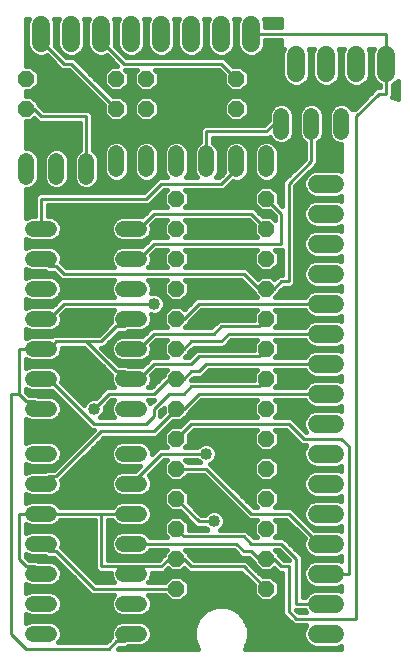
<source format=gbl>
G75*
%MOIN*%
%OFA0B0*%
%FSLAX25Y25*%
%IPPOS*%
%LPD*%
%AMOC8*
5,1,8,0,0,1.08239X$1,22.5*
%
%ADD10C,0.05200*%
%ADD11OC8,0.05200*%
%ADD12C,0.06000*%
%ADD13C,0.01000*%
%ADD14C,0.04000*%
%ADD15C,0.01600*%
D10*
X0013400Y0011000D02*
X0018600Y0011000D01*
X0018600Y0021000D02*
X0013400Y0021000D01*
X0013400Y0031000D02*
X0018600Y0031000D01*
X0018600Y0041000D02*
X0013400Y0041000D01*
X0013400Y0051000D02*
X0018600Y0051000D01*
X0018600Y0061000D02*
X0013400Y0061000D01*
X0013400Y0071000D02*
X0018600Y0071000D01*
X0018600Y0086000D02*
X0013400Y0086000D01*
X0013400Y0096000D02*
X0018600Y0096000D01*
X0018600Y0106000D02*
X0013400Y0106000D01*
X0013400Y0116000D02*
X0018600Y0116000D01*
X0018600Y0126000D02*
X0013400Y0126000D01*
X0013400Y0136000D02*
X0018600Y0136000D01*
X0018600Y0146000D02*
X0013400Y0146000D01*
X0011000Y0163400D02*
X0011000Y0168600D01*
X0021000Y0168600D02*
X0021000Y0163400D01*
X0031000Y0163400D02*
X0031000Y0168600D01*
X0041000Y0171100D02*
X0041000Y0165900D01*
X0051000Y0165900D02*
X0051000Y0171100D01*
X0061000Y0171100D02*
X0061000Y0165900D01*
X0071000Y0165900D02*
X0071000Y0171100D01*
X0081000Y0171100D02*
X0081000Y0165900D01*
X0091000Y0165900D02*
X0091000Y0171100D01*
X0096000Y0178400D02*
X0096000Y0183600D01*
X0106000Y0183600D02*
X0106000Y0178400D01*
X0116000Y0178400D02*
X0116000Y0183600D01*
X0048600Y0146000D02*
X0043400Y0146000D01*
X0043400Y0136000D02*
X0048600Y0136000D01*
X0048600Y0126000D02*
X0043400Y0126000D01*
X0043400Y0116000D02*
X0048600Y0116000D01*
X0048600Y0106000D02*
X0043400Y0106000D01*
X0043400Y0096000D02*
X0048600Y0096000D01*
X0048600Y0086000D02*
X0043400Y0086000D01*
X0043400Y0071000D02*
X0048600Y0071000D01*
X0048600Y0061000D02*
X0043400Y0061000D01*
X0043400Y0051000D02*
X0048600Y0051000D01*
X0048600Y0041000D02*
X0043400Y0041000D01*
X0043400Y0031000D02*
X0048600Y0031000D01*
X0048600Y0021000D02*
X0043400Y0021000D01*
X0043400Y0011000D02*
X0048600Y0011000D01*
D11*
X0061000Y0026000D03*
X0061000Y0036000D03*
X0061000Y0046000D03*
X0061000Y0056000D03*
X0061000Y0066000D03*
X0061000Y0076000D03*
X0061000Y0086000D03*
X0061000Y0096000D03*
X0061000Y0106000D03*
X0061000Y0116000D03*
X0061000Y0126000D03*
X0061000Y0136000D03*
X0061000Y0146000D03*
X0061000Y0156000D03*
X0051000Y0186000D03*
X0051000Y0196000D03*
X0041000Y0196000D03*
X0041000Y0186000D03*
X0011000Y0186000D03*
X0011000Y0196000D03*
X0081000Y0196000D03*
X0081000Y0186000D03*
X0091000Y0156000D03*
X0091000Y0146000D03*
X0091000Y0136000D03*
X0091000Y0126000D03*
X0091000Y0116000D03*
X0091000Y0106000D03*
X0091000Y0096000D03*
X0091000Y0086000D03*
X0091000Y0076000D03*
X0091000Y0066000D03*
X0091000Y0056000D03*
X0091000Y0046000D03*
X0091000Y0036000D03*
X0091000Y0026000D03*
D12*
X0108000Y0021000D02*
X0114000Y0021000D01*
X0114000Y0011000D02*
X0108000Y0011000D01*
X0108000Y0031000D02*
X0114000Y0031000D01*
X0114000Y0041000D02*
X0108000Y0041000D01*
X0108000Y0051000D02*
X0114000Y0051000D01*
X0114000Y0061000D02*
X0108000Y0061000D01*
X0108000Y0071000D02*
X0114000Y0071000D01*
X0114000Y0081000D02*
X0108000Y0081000D01*
X0108000Y0091000D02*
X0114000Y0091000D01*
X0114000Y0101000D02*
X0108000Y0101000D01*
X0108000Y0111000D02*
X0114000Y0111000D01*
X0114000Y0121000D02*
X0108000Y0121000D01*
X0108000Y0131000D02*
X0114000Y0131000D01*
X0114000Y0141000D02*
X0108000Y0141000D01*
X0108000Y0151000D02*
X0114000Y0151000D01*
X0114000Y0161000D02*
X0108000Y0161000D01*
X0111000Y0198000D02*
X0111000Y0204000D01*
X0101000Y0204000D02*
X0101000Y0198000D01*
X0086000Y0208000D02*
X0086000Y0214000D01*
X0076000Y0214000D02*
X0076000Y0208000D01*
X0066000Y0208000D02*
X0066000Y0214000D01*
X0056000Y0214000D02*
X0056000Y0208000D01*
X0046000Y0208000D02*
X0046000Y0214000D01*
X0036000Y0214000D02*
X0036000Y0208000D01*
X0026000Y0208000D02*
X0026000Y0214000D01*
X0016000Y0214000D02*
X0016000Y0208000D01*
X0121000Y0204000D02*
X0121000Y0198000D01*
X0131000Y0198000D02*
X0131000Y0204000D01*
D13*
X0006000Y0091000D02*
X0006000Y0011000D01*
X0011000Y0006000D01*
X0038500Y0006000D01*
X0041000Y0008500D01*
X0043500Y0008500D01*
X0046000Y0011000D01*
X0046000Y0031000D02*
X0048500Y0033500D01*
X0036000Y0033500D01*
X0036000Y0051000D01*
X0046000Y0051000D01*
X0046000Y0041000D02*
X0081000Y0041000D01*
X0083500Y0038500D01*
X0086000Y0038500D01*
X0088500Y0036000D01*
X0091000Y0036000D01*
X0093500Y0036000D01*
X0096000Y0033500D01*
X0098500Y0033500D01*
X0098500Y0018500D01*
X0101000Y0016000D01*
X0121000Y0016000D01*
X0121000Y0183500D01*
X0128500Y0191000D01*
X0131000Y0191000D01*
X0131000Y0201000D01*
X0131000Y0211000D01*
X0086000Y0211000D01*
X0076000Y0201000D02*
X0081000Y0196000D01*
X0076000Y0201000D02*
X0043500Y0201000D01*
X0036000Y0208500D01*
X0036000Y0211000D01*
X0026000Y0201000D02*
X0023500Y0201000D01*
X0016000Y0208500D01*
X0016000Y0211000D01*
X0026000Y0201000D02*
X0041000Y0186000D01*
X0031000Y0183500D02*
X0016000Y0183500D01*
X0013500Y0186000D01*
X0011000Y0186000D01*
X0016000Y0156000D02*
X0051000Y0156000D01*
X0056000Y0161000D01*
X0076000Y0161000D01*
X0081000Y0166000D01*
X0081000Y0168500D01*
X0071000Y0168500D02*
X0071000Y0178500D01*
X0091000Y0178500D01*
X0093500Y0181000D01*
X0096000Y0181000D01*
X0106000Y0181000D02*
X0106000Y0168500D01*
X0098500Y0161000D01*
X0098500Y0128500D01*
X0096000Y0128500D01*
X0093500Y0126000D01*
X0091000Y0126000D01*
X0088500Y0126000D01*
X0083500Y0131000D01*
X0023500Y0131000D01*
X0021000Y0133500D01*
X0018500Y0133500D01*
X0016000Y0136000D01*
X0016000Y0146000D02*
X0016000Y0156000D01*
X0031000Y0166000D02*
X0031000Y0183500D01*
X0053500Y0151000D02*
X0048500Y0146000D01*
X0046000Y0146000D01*
X0053500Y0141000D02*
X0048500Y0136000D01*
X0046000Y0136000D01*
X0053500Y0141000D02*
X0096000Y0141000D01*
X0096000Y0151000D01*
X0091000Y0156000D01*
X0086000Y0151000D02*
X0091000Y0146000D01*
X0086000Y0151000D02*
X0053500Y0151000D01*
X0053500Y0121000D02*
X0023500Y0121000D01*
X0018500Y0116000D01*
X0016000Y0116000D01*
X0021000Y0108500D02*
X0018500Y0106000D01*
X0016000Y0106000D01*
X0008500Y0106000D01*
X0008500Y0091000D01*
X0006000Y0091000D01*
X0008500Y0091000D02*
X0011000Y0088500D01*
X0013500Y0088500D01*
X0016000Y0086000D01*
X0016000Y0096000D02*
X0018500Y0096000D01*
X0033500Y0081000D01*
X0051000Y0081000D01*
X0053500Y0083500D01*
X0053500Y0086000D01*
X0058500Y0091000D01*
X0063500Y0091000D01*
X0066000Y0093500D01*
X0088500Y0093500D01*
X0091000Y0096000D01*
X0088500Y0103500D02*
X0068500Y0103500D01*
X0066000Y0101000D01*
X0053500Y0101000D01*
X0048500Y0096000D01*
X0046000Y0096000D01*
X0043500Y0098500D01*
X0041000Y0098500D01*
X0031000Y0108500D01*
X0036000Y0108500D01*
X0041000Y0113500D01*
X0043500Y0113500D01*
X0046000Y0116000D01*
X0053500Y0111000D02*
X0048500Y0106000D01*
X0046000Y0106000D01*
X0053500Y0111000D02*
X0073500Y0111000D01*
X0076000Y0113500D01*
X0088500Y0113500D01*
X0091000Y0116000D01*
X0091000Y0106000D02*
X0088500Y0103500D01*
X0078500Y0111000D02*
X0076000Y0108500D01*
X0066000Y0108500D01*
X0063500Y0106000D01*
X0061000Y0106000D01*
X0066000Y0098500D02*
X0063500Y0096000D01*
X0061000Y0096000D01*
X0058500Y0096000D01*
X0053500Y0091000D01*
X0038500Y0091000D01*
X0033500Y0086000D01*
X0036000Y0078500D02*
X0053500Y0078500D01*
X0061000Y0086000D01*
X0063500Y0086000D01*
X0068500Y0091000D01*
X0111000Y0091000D01*
X0111000Y0101000D02*
X0071000Y0101000D01*
X0068500Y0098500D01*
X0066000Y0098500D01*
X0063500Y0116000D02*
X0061000Y0116000D01*
X0063500Y0116000D02*
X0068500Y0121000D01*
X0111000Y0121000D01*
X0111000Y0111000D02*
X0078500Y0111000D01*
X0066000Y0081000D02*
X0098500Y0081000D01*
X0103500Y0076000D01*
X0116000Y0076000D01*
X0118500Y0073500D01*
X0118500Y0031000D01*
X0111000Y0031000D01*
X0111000Y0021000D02*
X0101000Y0021000D01*
X0101000Y0036000D01*
X0096000Y0041000D01*
X0086000Y0041000D01*
X0083500Y0043500D01*
X0063500Y0043500D01*
X0061000Y0046000D01*
X0068500Y0048500D02*
X0061000Y0056000D01*
X0061000Y0066000D02*
X0071000Y0066000D01*
X0086000Y0051000D01*
X0098500Y0051000D01*
X0108500Y0041000D01*
X0111000Y0041000D01*
X0091000Y0026000D02*
X0083500Y0033500D01*
X0066000Y0033500D01*
X0063500Y0036000D01*
X0061000Y0036000D01*
X0058500Y0036000D01*
X0056000Y0033500D01*
X0048500Y0033500D01*
X0036000Y0051000D02*
X0016000Y0051000D01*
X0008500Y0051000D01*
X0008500Y0036000D01*
X0011000Y0033500D01*
X0013500Y0033500D01*
X0016000Y0031000D01*
X0018500Y0038500D02*
X0021000Y0038500D01*
X0033500Y0026000D01*
X0061000Y0026000D01*
X0068500Y0048500D02*
X0073500Y0048500D01*
X0071000Y0071000D02*
X0056000Y0071000D01*
X0046000Y0061000D01*
X0036000Y0078500D02*
X0021000Y0063500D01*
X0018500Y0063500D01*
X0016000Y0061000D01*
X0016000Y0041000D02*
X0018500Y0038500D01*
X0021000Y0108500D02*
X0031000Y0108500D01*
X0061000Y0076000D02*
X0066000Y0081000D01*
D14*
X0071000Y0071000D03*
X0073500Y0048500D03*
X0033500Y0086000D03*
X0053500Y0121000D03*
D15*
X0054919Y0117691D02*
X0056800Y0117691D01*
X0056800Y0117740D02*
X0056800Y0114260D01*
X0057960Y0113100D01*
X0052630Y0113100D01*
X0049644Y0110114D01*
X0049435Y0110200D01*
X0042565Y0110200D01*
X0041021Y0109561D01*
X0039839Y0108379D01*
X0039200Y0106835D01*
X0039200Y0105165D01*
X0039839Y0103621D01*
X0041021Y0102439D01*
X0042565Y0101800D01*
X0049435Y0101800D01*
X0050979Y0102439D01*
X0052161Y0103621D01*
X0052800Y0105165D01*
X0052800Y0106835D01*
X0052655Y0107185D01*
X0054370Y0108900D01*
X0057960Y0108900D01*
X0056800Y0107740D01*
X0056800Y0104260D01*
X0057960Y0103100D01*
X0052630Y0103100D01*
X0049644Y0100114D01*
X0049435Y0100200D01*
X0044770Y0100200D01*
X0044370Y0100600D01*
X0041870Y0100600D01*
X0036070Y0106400D01*
X0036870Y0106400D01*
X0038100Y0107630D01*
X0041870Y0111400D01*
X0044370Y0111400D01*
X0044770Y0111800D01*
X0049435Y0111800D01*
X0050979Y0112439D01*
X0052161Y0113621D01*
X0052800Y0115165D01*
X0052800Y0116835D01*
X0052521Y0117509D01*
X0052784Y0117400D01*
X0054216Y0117400D01*
X0055539Y0117948D01*
X0056552Y0118961D01*
X0057100Y0120284D01*
X0057100Y0121716D01*
X0056552Y0123039D01*
X0055539Y0124052D01*
X0054216Y0124600D01*
X0052784Y0124600D01*
X0052521Y0124491D01*
X0052800Y0125165D01*
X0052800Y0126835D01*
X0052161Y0128379D01*
X0051640Y0128900D01*
X0057960Y0128900D01*
X0056800Y0127740D01*
X0056800Y0124260D01*
X0059260Y0121800D01*
X0062740Y0121800D01*
X0065200Y0124260D01*
X0065200Y0127740D01*
X0064040Y0128900D01*
X0082630Y0128900D01*
X0086800Y0124730D01*
X0086800Y0124260D01*
X0087960Y0123100D01*
X0067630Y0123100D01*
X0063735Y0119205D01*
X0062740Y0120200D01*
X0059260Y0120200D01*
X0056800Y0117740D01*
X0056688Y0119290D02*
X0058350Y0119290D01*
X0057100Y0120888D02*
X0065419Y0120888D01*
X0067017Y0122487D02*
X0063427Y0122487D01*
X0065025Y0124085D02*
X0086975Y0124085D01*
X0085846Y0125684D02*
X0065200Y0125684D01*
X0065200Y0127282D02*
X0084248Y0127282D01*
X0082649Y0128881D02*
X0064059Y0128881D01*
X0064040Y0133100D02*
X0065200Y0134260D01*
X0065200Y0137740D01*
X0064040Y0138900D01*
X0087960Y0138900D01*
X0086800Y0137740D01*
X0086800Y0134260D01*
X0089260Y0131800D01*
X0092740Y0131800D01*
X0095200Y0134260D01*
X0095200Y0137740D01*
X0094040Y0138900D01*
X0096400Y0138900D01*
X0096400Y0130600D01*
X0095130Y0130600D01*
X0093735Y0129205D01*
X0092740Y0130200D01*
X0089260Y0130200D01*
X0088265Y0129205D01*
X0084370Y0133100D01*
X0064040Y0133100D01*
X0064616Y0133676D02*
X0087384Y0133676D01*
X0086800Y0135275D02*
X0065200Y0135275D01*
X0065200Y0136873D02*
X0086800Y0136873D01*
X0087532Y0138472D02*
X0064468Y0138472D01*
X0064040Y0143100D02*
X0065200Y0144260D01*
X0065200Y0147740D01*
X0064040Y0148900D01*
X0085130Y0148900D01*
X0086800Y0147230D01*
X0086800Y0144260D01*
X0087960Y0143100D01*
X0064040Y0143100D01*
X0064207Y0143268D02*
X0087793Y0143268D01*
X0086800Y0144866D02*
X0065200Y0144866D01*
X0065200Y0146465D02*
X0086800Y0146465D01*
X0085967Y0148063D02*
X0064877Y0148063D01*
X0064040Y0153100D02*
X0065200Y0154260D01*
X0065200Y0157740D01*
X0064040Y0158900D01*
X0076870Y0158900D01*
X0079815Y0161845D01*
X0080165Y0161700D01*
X0081835Y0161700D01*
X0083379Y0162339D01*
X0084561Y0163521D01*
X0085200Y0165065D01*
X0085200Y0171935D01*
X0084561Y0173479D01*
X0083379Y0174661D01*
X0081835Y0175300D01*
X0080165Y0175300D01*
X0078621Y0174661D01*
X0077439Y0173479D01*
X0076800Y0171935D01*
X0076800Y0165065D01*
X0076886Y0164856D01*
X0075130Y0163100D01*
X0074140Y0163100D01*
X0074561Y0163521D01*
X0075200Y0165065D01*
X0075200Y0171935D01*
X0074561Y0173479D01*
X0073379Y0174661D01*
X0073100Y0174776D01*
X0073100Y0176400D01*
X0091870Y0176400D01*
X0092162Y0176692D01*
X0092439Y0176021D01*
X0093621Y0174839D01*
X0095165Y0174200D01*
X0096835Y0174200D01*
X0098379Y0174839D01*
X0099561Y0176021D01*
X0100200Y0177565D01*
X0100200Y0184435D01*
X0099561Y0185979D01*
X0098379Y0187161D01*
X0096835Y0187800D01*
X0095165Y0187800D01*
X0093621Y0187161D01*
X0092439Y0185979D01*
X0091800Y0184435D01*
X0091800Y0182270D01*
X0091400Y0181870D01*
X0090130Y0180600D01*
X0070130Y0180600D01*
X0068900Y0179370D01*
X0068900Y0174776D01*
X0068621Y0174661D01*
X0067439Y0173479D01*
X0066800Y0171935D01*
X0066800Y0165065D01*
X0067439Y0163521D01*
X0067860Y0163100D01*
X0064140Y0163100D01*
X0064561Y0163521D01*
X0065200Y0165065D01*
X0065200Y0171935D01*
X0064561Y0173479D01*
X0063379Y0174661D01*
X0061835Y0175300D01*
X0060165Y0175300D01*
X0058621Y0174661D01*
X0057439Y0173479D01*
X0056800Y0171935D01*
X0056800Y0165065D01*
X0057439Y0163521D01*
X0057860Y0163100D01*
X0055130Y0163100D01*
X0053900Y0161870D01*
X0050130Y0158100D01*
X0015130Y0158100D01*
X0013900Y0156870D01*
X0013900Y0150200D01*
X0012565Y0150200D01*
X0011021Y0149561D01*
X0011000Y0149540D01*
X0011000Y0159200D01*
X0011835Y0159200D01*
X0013379Y0159839D01*
X0014561Y0161021D01*
X0015200Y0162565D01*
X0015200Y0169435D01*
X0014561Y0170979D01*
X0013379Y0172161D01*
X0011835Y0172800D01*
X0011000Y0172800D01*
X0011000Y0181800D01*
X0012740Y0181800D01*
X0013735Y0182795D01*
X0015130Y0181400D01*
X0028900Y0181400D01*
X0028900Y0172276D01*
X0028621Y0172161D01*
X0027439Y0170979D01*
X0026800Y0169435D01*
X0026800Y0162565D01*
X0027439Y0161021D01*
X0028621Y0159839D01*
X0030165Y0159200D01*
X0031835Y0159200D01*
X0033379Y0159839D01*
X0034561Y0161021D01*
X0035200Y0162565D01*
X0035200Y0169435D01*
X0034561Y0170979D01*
X0033379Y0172161D01*
X0033100Y0172276D01*
X0033100Y0184370D01*
X0031870Y0185600D01*
X0016870Y0185600D01*
X0015600Y0186870D01*
X0015200Y0187270D01*
X0015200Y0187740D01*
X0012740Y0190200D01*
X0011000Y0190200D01*
X0011000Y0191800D01*
X0012740Y0191800D01*
X0015200Y0194260D01*
X0015200Y0197740D01*
X0012740Y0200200D01*
X0011000Y0200200D01*
X0011000Y0216000D01*
X0011849Y0216000D01*
X0011400Y0214915D01*
X0011400Y0207085D01*
X0012100Y0205394D01*
X0013394Y0204100D01*
X0015085Y0203400D01*
X0016915Y0203400D01*
X0017774Y0203756D01*
X0022630Y0198900D01*
X0025130Y0198900D01*
X0036800Y0187230D01*
X0036800Y0184260D01*
X0039260Y0181800D01*
X0042740Y0181800D01*
X0045200Y0184260D01*
X0045200Y0187740D01*
X0042740Y0190200D01*
X0039770Y0190200D01*
X0028100Y0201870D01*
X0026870Y0203100D01*
X0024370Y0203100D01*
X0020537Y0206933D01*
X0020600Y0207085D01*
X0020600Y0214915D01*
X0020151Y0216000D01*
X0021849Y0216000D01*
X0021400Y0214915D01*
X0021400Y0207085D01*
X0022100Y0205394D01*
X0023394Y0204100D01*
X0025085Y0203400D01*
X0026915Y0203400D01*
X0028606Y0204100D01*
X0029900Y0205394D01*
X0030600Y0207085D01*
X0030600Y0214915D01*
X0030151Y0216000D01*
X0031849Y0216000D01*
X0031400Y0214915D01*
X0031400Y0207085D01*
X0032100Y0205394D01*
X0033394Y0204100D01*
X0035085Y0203400D01*
X0036915Y0203400D01*
X0037774Y0203756D01*
X0041330Y0200200D01*
X0039260Y0200200D01*
X0036800Y0197740D01*
X0036800Y0194260D01*
X0039260Y0191800D01*
X0042740Y0191800D01*
X0045200Y0194260D01*
X0045200Y0197740D01*
X0044040Y0198900D01*
X0047960Y0198900D01*
X0046800Y0197740D01*
X0046800Y0194260D01*
X0049260Y0191800D01*
X0052740Y0191800D01*
X0055200Y0194260D01*
X0055200Y0197740D01*
X0054040Y0198900D01*
X0075130Y0198900D01*
X0076800Y0197230D01*
X0076800Y0194260D01*
X0079260Y0191800D01*
X0082740Y0191800D01*
X0085200Y0194260D01*
X0085200Y0197740D01*
X0082740Y0200200D01*
X0079770Y0200200D01*
X0078100Y0201870D01*
X0076870Y0203100D01*
X0044370Y0203100D01*
X0040537Y0206933D01*
X0040600Y0207085D01*
X0040600Y0214915D01*
X0040151Y0216000D01*
X0041849Y0216000D01*
X0041400Y0214915D01*
X0041400Y0207085D01*
X0042100Y0205394D01*
X0043394Y0204100D01*
X0045085Y0203400D01*
X0046915Y0203400D01*
X0048606Y0204100D01*
X0049900Y0205394D01*
X0050600Y0207085D01*
X0050600Y0214915D01*
X0050151Y0216000D01*
X0051849Y0216000D01*
X0051400Y0214915D01*
X0051400Y0207085D01*
X0052100Y0205394D01*
X0053394Y0204100D01*
X0055085Y0203400D01*
X0056915Y0203400D01*
X0058606Y0204100D01*
X0059900Y0205394D01*
X0060600Y0207085D01*
X0060600Y0214915D01*
X0060151Y0216000D01*
X0061849Y0216000D01*
X0061400Y0214915D01*
X0061400Y0207085D01*
X0062100Y0205394D01*
X0063394Y0204100D01*
X0065085Y0203400D01*
X0066915Y0203400D01*
X0068606Y0204100D01*
X0069900Y0205394D01*
X0070600Y0207085D01*
X0070600Y0214915D01*
X0070151Y0216000D01*
X0071849Y0216000D01*
X0071400Y0214915D01*
X0071400Y0207085D01*
X0072100Y0205394D01*
X0073394Y0204100D01*
X0075085Y0203400D01*
X0076915Y0203400D01*
X0078606Y0204100D01*
X0079900Y0205394D01*
X0080600Y0207085D01*
X0080600Y0214915D01*
X0080151Y0216000D01*
X0081849Y0216000D01*
X0081400Y0214915D01*
X0081400Y0207085D01*
X0082100Y0205394D01*
X0083394Y0204100D01*
X0085085Y0203400D01*
X0086915Y0203400D01*
X0088606Y0204100D01*
X0089900Y0205394D01*
X0090600Y0207085D01*
X0090600Y0208900D01*
X0096000Y0208900D01*
X0096000Y0206000D01*
X0096849Y0206000D01*
X0096400Y0204915D01*
X0096400Y0197085D01*
X0097100Y0195394D01*
X0098394Y0194100D01*
X0100085Y0193400D01*
X0101915Y0193400D01*
X0103606Y0194100D01*
X0104900Y0195394D01*
X0105600Y0197085D01*
X0105600Y0204915D01*
X0105151Y0206000D01*
X0106849Y0206000D01*
X0106400Y0204915D01*
X0106400Y0197085D01*
X0107100Y0195394D01*
X0108394Y0194100D01*
X0110085Y0193400D01*
X0111915Y0193400D01*
X0113606Y0194100D01*
X0114900Y0195394D01*
X0115600Y0197085D01*
X0115600Y0204915D01*
X0115151Y0206000D01*
X0116849Y0206000D01*
X0116400Y0204915D01*
X0116400Y0197085D01*
X0117100Y0195394D01*
X0118394Y0194100D01*
X0120085Y0193400D01*
X0121915Y0193400D01*
X0123606Y0194100D01*
X0124900Y0195394D01*
X0125600Y0197085D01*
X0125600Y0204915D01*
X0125151Y0206000D01*
X0126849Y0206000D01*
X0126400Y0204915D01*
X0126400Y0197085D01*
X0127100Y0195394D01*
X0128394Y0194100D01*
X0128900Y0193891D01*
X0128900Y0193100D01*
X0127630Y0193100D01*
X0120530Y0186000D01*
X0119540Y0186000D01*
X0118379Y0187161D01*
X0116835Y0187800D01*
X0115165Y0187800D01*
X0113621Y0187161D01*
X0112439Y0185979D01*
X0111800Y0184435D01*
X0111800Y0177565D01*
X0112439Y0176021D01*
X0113621Y0174839D01*
X0115165Y0174200D01*
X0116000Y0174200D01*
X0116000Y0165151D01*
X0114915Y0165600D01*
X0107085Y0165600D01*
X0105394Y0164900D01*
X0104100Y0163606D01*
X0103400Y0161915D01*
X0103400Y0160085D01*
X0104100Y0158394D01*
X0105394Y0157100D01*
X0107085Y0156400D01*
X0114915Y0156400D01*
X0116000Y0156849D01*
X0116000Y0155151D01*
X0114915Y0155600D01*
X0107085Y0155600D01*
X0105394Y0154900D01*
X0104100Y0153606D01*
X0103400Y0151915D01*
X0103400Y0150085D01*
X0104100Y0148394D01*
X0105394Y0147100D01*
X0107085Y0146400D01*
X0114915Y0146400D01*
X0116000Y0146849D01*
X0116000Y0145151D01*
X0114915Y0145600D01*
X0107085Y0145600D01*
X0105394Y0144900D01*
X0104100Y0143606D01*
X0103400Y0141915D01*
X0103400Y0140085D01*
X0104100Y0138394D01*
X0105394Y0137100D01*
X0107085Y0136400D01*
X0114915Y0136400D01*
X0116000Y0136849D01*
X0116000Y0135151D01*
X0114915Y0135600D01*
X0107085Y0135600D01*
X0105394Y0134900D01*
X0104100Y0133606D01*
X0103400Y0131915D01*
X0103400Y0130085D01*
X0104100Y0128394D01*
X0105394Y0127100D01*
X0107085Y0126400D01*
X0114915Y0126400D01*
X0116000Y0126849D01*
X0116000Y0125151D01*
X0114915Y0125600D01*
X0107085Y0125600D01*
X0105394Y0124900D01*
X0104100Y0123606D01*
X0103891Y0123100D01*
X0094040Y0123100D01*
X0095200Y0124260D01*
X0095200Y0124730D01*
X0095600Y0125130D01*
X0096870Y0126400D01*
X0099370Y0126400D01*
X0100600Y0127630D01*
X0100600Y0160130D01*
X0108100Y0167630D01*
X0108100Y0174724D01*
X0108379Y0174839D01*
X0109561Y0176021D01*
X0110200Y0177565D01*
X0110200Y0184435D01*
X0109561Y0185979D01*
X0108379Y0187161D01*
X0106835Y0187800D01*
X0105165Y0187800D01*
X0103621Y0187161D01*
X0102439Y0185979D01*
X0101800Y0184435D01*
X0101800Y0177565D01*
X0102439Y0176021D01*
X0103621Y0174839D01*
X0103900Y0174724D01*
X0103900Y0169370D01*
X0097630Y0163100D01*
X0096400Y0161870D01*
X0096400Y0153570D01*
X0095200Y0154770D01*
X0095200Y0157740D01*
X0092740Y0160200D01*
X0089260Y0160200D01*
X0086800Y0157740D01*
X0086800Y0154260D01*
X0089260Y0151800D01*
X0092230Y0151800D01*
X0093900Y0150130D01*
X0093900Y0149040D01*
X0092740Y0150200D01*
X0089770Y0150200D01*
X0088100Y0151870D01*
X0086870Y0153100D01*
X0064040Y0153100D01*
X0065200Y0154457D02*
X0086800Y0154457D01*
X0086800Y0156056D02*
X0065200Y0156056D01*
X0065200Y0157654D02*
X0086800Y0157654D01*
X0088313Y0159253D02*
X0077222Y0159253D01*
X0078821Y0160851D02*
X0096400Y0160851D01*
X0096400Y0159253D02*
X0093687Y0159253D01*
X0095200Y0157654D02*
X0096400Y0157654D01*
X0096400Y0156056D02*
X0095200Y0156056D01*
X0095513Y0154457D02*
X0096400Y0154457D01*
X0093900Y0149662D02*
X0093278Y0149662D01*
X0092770Y0151260D02*
X0088710Y0151260D01*
X0088202Y0152859D02*
X0087111Y0152859D01*
X0090165Y0161700D02*
X0088621Y0162339D01*
X0087439Y0163521D01*
X0086800Y0165065D01*
X0086800Y0171935D01*
X0087439Y0173479D01*
X0088621Y0174661D01*
X0090165Y0175300D01*
X0091835Y0175300D01*
X0093379Y0174661D01*
X0094561Y0173479D01*
X0095200Y0171935D01*
X0095200Y0165065D01*
X0094561Y0163521D01*
X0093379Y0162339D01*
X0091835Y0161700D01*
X0090165Y0161700D01*
X0088511Y0162450D02*
X0083489Y0162450D01*
X0084779Y0164048D02*
X0087221Y0164048D01*
X0086800Y0165647D02*
X0085200Y0165647D01*
X0085200Y0167245D02*
X0086800Y0167245D01*
X0086800Y0168844D02*
X0085200Y0168844D01*
X0085200Y0170442D02*
X0086800Y0170442D01*
X0086844Y0172041D02*
X0085156Y0172041D01*
X0084400Y0173639D02*
X0087600Y0173639D01*
X0090014Y0175238D02*
X0081986Y0175238D01*
X0080014Y0175238D02*
X0073100Y0175238D01*
X0074400Y0173639D02*
X0077600Y0173639D01*
X0076844Y0172041D02*
X0075156Y0172041D01*
X0075200Y0170442D02*
X0076800Y0170442D01*
X0076800Y0168844D02*
X0075200Y0168844D01*
X0075200Y0167245D02*
X0076800Y0167245D01*
X0076800Y0165647D02*
X0075200Y0165647D01*
X0074779Y0164048D02*
X0076078Y0164048D01*
X0068900Y0175238D02*
X0061986Y0175238D01*
X0064400Y0173639D02*
X0067600Y0173639D01*
X0066844Y0172041D02*
X0065156Y0172041D01*
X0065200Y0170442D02*
X0066800Y0170442D01*
X0066800Y0168844D02*
X0065200Y0168844D01*
X0065200Y0167245D02*
X0066800Y0167245D01*
X0066800Y0165647D02*
X0065200Y0165647D01*
X0064779Y0164048D02*
X0067221Y0164048D01*
X0068900Y0176836D02*
X0033100Y0176836D01*
X0033100Y0175238D02*
X0040014Y0175238D01*
X0040165Y0175300D02*
X0038621Y0174661D01*
X0037439Y0173479D01*
X0036800Y0171935D01*
X0036800Y0165065D01*
X0037439Y0163521D01*
X0038621Y0162339D01*
X0040165Y0161700D01*
X0041835Y0161700D01*
X0043379Y0162339D01*
X0044561Y0163521D01*
X0045200Y0165065D01*
X0045200Y0171935D01*
X0044561Y0173479D01*
X0043379Y0174661D01*
X0041835Y0175300D01*
X0040165Y0175300D01*
X0037600Y0173639D02*
X0033100Y0173639D01*
X0033499Y0172041D02*
X0036844Y0172041D01*
X0036800Y0170442D02*
X0034783Y0170442D01*
X0035200Y0168844D02*
X0036800Y0168844D01*
X0036800Y0167245D02*
X0035200Y0167245D01*
X0035200Y0165647D02*
X0036800Y0165647D01*
X0037221Y0164048D02*
X0035200Y0164048D01*
X0035152Y0162450D02*
X0038511Y0162450D01*
X0034391Y0160851D02*
X0052881Y0160851D01*
X0051835Y0161700D02*
X0053379Y0162339D01*
X0054561Y0163521D01*
X0055200Y0165065D01*
X0055200Y0171935D01*
X0054561Y0173479D01*
X0053379Y0174661D01*
X0051835Y0175300D01*
X0050165Y0175300D01*
X0048621Y0174661D01*
X0047439Y0173479D01*
X0046800Y0171935D01*
X0046800Y0165065D01*
X0047439Y0163521D01*
X0048621Y0162339D01*
X0050165Y0161700D01*
X0051835Y0161700D01*
X0053489Y0162450D02*
X0054480Y0162450D01*
X0054779Y0164048D02*
X0057221Y0164048D01*
X0056800Y0165647D02*
X0055200Y0165647D01*
X0055200Y0167245D02*
X0056800Y0167245D01*
X0056800Y0168844D02*
X0055200Y0168844D01*
X0055200Y0170442D02*
X0056800Y0170442D01*
X0056844Y0172041D02*
X0055156Y0172041D01*
X0054400Y0173639D02*
X0057600Y0173639D01*
X0060014Y0175238D02*
X0051986Y0175238D01*
X0050014Y0175238D02*
X0041986Y0175238D01*
X0044400Y0173639D02*
X0047600Y0173639D01*
X0046844Y0172041D02*
X0045156Y0172041D01*
X0045200Y0170442D02*
X0046800Y0170442D01*
X0046800Y0168844D02*
X0045200Y0168844D01*
X0045200Y0167245D02*
X0046800Y0167245D01*
X0046800Y0165647D02*
X0045200Y0165647D01*
X0044779Y0164048D02*
X0047221Y0164048D01*
X0048511Y0162450D02*
X0043489Y0162450D01*
X0051283Y0159253D02*
X0031962Y0159253D01*
X0030038Y0159253D02*
X0021962Y0159253D01*
X0021835Y0159200D02*
X0023379Y0159839D01*
X0024561Y0161021D01*
X0025200Y0162565D01*
X0025200Y0169435D01*
X0024561Y0170979D01*
X0023379Y0172161D01*
X0021835Y0172800D01*
X0020165Y0172800D01*
X0018621Y0172161D01*
X0017439Y0170979D01*
X0016800Y0169435D01*
X0016800Y0162565D01*
X0017439Y0161021D01*
X0018621Y0159839D01*
X0020165Y0159200D01*
X0021835Y0159200D01*
X0024391Y0160851D02*
X0027609Y0160851D01*
X0026848Y0162450D02*
X0025152Y0162450D01*
X0025200Y0164048D02*
X0026800Y0164048D01*
X0026800Y0165647D02*
X0025200Y0165647D01*
X0025200Y0167245D02*
X0026800Y0167245D01*
X0026800Y0168844D02*
X0025200Y0168844D01*
X0024783Y0170442D02*
X0027217Y0170442D01*
X0028501Y0172041D02*
X0023499Y0172041D01*
X0018501Y0172041D02*
X0013499Y0172041D01*
X0014783Y0170442D02*
X0017217Y0170442D01*
X0016800Y0168844D02*
X0015200Y0168844D01*
X0015200Y0167245D02*
X0016800Y0167245D01*
X0016800Y0165647D02*
X0015200Y0165647D01*
X0015200Y0164048D02*
X0016800Y0164048D01*
X0016848Y0162450D02*
X0015152Y0162450D01*
X0014391Y0160851D02*
X0017609Y0160851D01*
X0020038Y0159253D02*
X0011962Y0159253D01*
X0011000Y0157654D02*
X0014684Y0157654D01*
X0013900Y0156056D02*
X0011000Y0156056D01*
X0011000Y0154457D02*
X0013900Y0154457D01*
X0013900Y0152859D02*
X0011000Y0152859D01*
X0011000Y0151260D02*
X0013900Y0151260D01*
X0011265Y0149662D02*
X0011000Y0149662D01*
X0011000Y0142460D02*
X0011021Y0142439D01*
X0012565Y0141800D01*
X0019435Y0141800D01*
X0020979Y0142439D01*
X0022161Y0143621D01*
X0022800Y0145165D01*
X0022800Y0146835D01*
X0022161Y0148379D01*
X0020979Y0149561D01*
X0019435Y0150200D01*
X0018100Y0150200D01*
X0018100Y0153900D01*
X0051870Y0153900D01*
X0056870Y0158900D01*
X0057960Y0158900D01*
X0056800Y0157740D01*
X0056800Y0154260D01*
X0057960Y0153100D01*
X0052630Y0153100D01*
X0049644Y0150114D01*
X0049435Y0150200D01*
X0042565Y0150200D01*
X0041021Y0149561D01*
X0039839Y0148379D01*
X0039200Y0146835D01*
X0039200Y0145165D01*
X0039839Y0143621D01*
X0041021Y0142439D01*
X0042565Y0141800D01*
X0049435Y0141800D01*
X0050979Y0142439D01*
X0052161Y0143621D01*
X0052800Y0145165D01*
X0052800Y0146835D01*
X0052655Y0147185D01*
X0054370Y0148900D01*
X0057960Y0148900D01*
X0056800Y0147740D01*
X0056800Y0144260D01*
X0057960Y0143100D01*
X0052630Y0143100D01*
X0049644Y0140114D01*
X0049435Y0140200D01*
X0042565Y0140200D01*
X0041021Y0139561D01*
X0039839Y0138379D01*
X0039200Y0136835D01*
X0039200Y0135165D01*
X0039839Y0133621D01*
X0040360Y0133100D01*
X0024370Y0133100D01*
X0022655Y0134815D01*
X0022800Y0135165D01*
X0022800Y0136835D01*
X0022161Y0138379D01*
X0020979Y0139561D01*
X0019435Y0140200D01*
X0012565Y0140200D01*
X0011021Y0139561D01*
X0011000Y0139540D01*
X0011000Y0142460D01*
X0011000Y0141669D02*
X0051199Y0141669D01*
X0051807Y0143268D02*
X0057793Y0143268D01*
X0056800Y0144866D02*
X0052676Y0144866D01*
X0052800Y0146465D02*
X0056800Y0146465D01*
X0057123Y0148063D02*
X0053533Y0148063D01*
X0050790Y0151260D02*
X0018100Y0151260D01*
X0018100Y0152859D02*
X0052389Y0152859D01*
X0052427Y0154457D02*
X0056800Y0154457D01*
X0056800Y0156056D02*
X0054025Y0156056D01*
X0055624Y0157654D02*
X0056800Y0157654D01*
X0057960Y0138900D02*
X0054370Y0138900D01*
X0052655Y0137185D01*
X0052800Y0136835D01*
X0052800Y0135165D01*
X0052161Y0133621D01*
X0051640Y0133100D01*
X0057960Y0133100D01*
X0056800Y0134260D01*
X0056800Y0137740D01*
X0057960Y0138900D01*
X0057532Y0138472D02*
X0053942Y0138472D01*
X0052784Y0136873D02*
X0056800Y0136873D01*
X0056800Y0135275D02*
X0052800Y0135275D01*
X0052184Y0133676D02*
X0057384Y0133676D01*
X0057941Y0128881D02*
X0051659Y0128881D01*
X0052615Y0127282D02*
X0056800Y0127282D01*
X0056800Y0125684D02*
X0052800Y0125684D01*
X0055458Y0124085D02*
X0056975Y0124085D01*
X0056781Y0122487D02*
X0058573Y0122487D01*
X0056800Y0116093D02*
X0052800Y0116093D01*
X0052522Y0114494D02*
X0056800Y0114494D01*
X0057161Y0108100D02*
X0053570Y0108100D01*
X0052800Y0106502D02*
X0056800Y0106502D01*
X0056800Y0104903D02*
X0052692Y0104903D01*
X0051844Y0103305D02*
X0057756Y0103305D01*
X0057960Y0098900D02*
X0054370Y0098900D01*
X0052655Y0097185D01*
X0052800Y0096835D01*
X0052800Y0095165D01*
X0052161Y0093621D01*
X0051640Y0093100D01*
X0052630Y0093100D01*
X0056400Y0096870D01*
X0056800Y0097270D01*
X0056800Y0097740D01*
X0057960Y0098900D01*
X0057570Y0098509D02*
X0053979Y0098509D01*
X0052769Y0096911D02*
X0056441Y0096911D01*
X0054842Y0095312D02*
X0052800Y0095312D01*
X0053244Y0093714D02*
X0052199Y0093714D01*
X0051640Y0088900D02*
X0053430Y0088900D01*
X0052630Y0088100D01*
X0052380Y0087850D01*
X0052161Y0088379D01*
X0051640Y0088900D01*
X0055600Y0085130D02*
X0055600Y0083570D01*
X0056800Y0084770D01*
X0056800Y0086330D01*
X0055600Y0085130D01*
X0056191Y0085721D02*
X0056800Y0085721D01*
X0056153Y0084123D02*
X0055600Y0084123D01*
X0057297Y0079327D02*
X0058387Y0079327D01*
X0059260Y0080200D02*
X0056800Y0077740D01*
X0056800Y0074260D01*
X0057960Y0073100D01*
X0055130Y0073100D01*
X0053900Y0071870D01*
X0052800Y0070770D01*
X0052800Y0071835D01*
X0052161Y0073379D01*
X0050979Y0074561D01*
X0049435Y0075200D01*
X0042565Y0075200D01*
X0041021Y0074561D01*
X0039839Y0073379D01*
X0039200Y0071835D01*
X0039200Y0070165D01*
X0039839Y0068621D01*
X0041021Y0067439D01*
X0042565Y0066800D01*
X0048830Y0066800D01*
X0047230Y0065200D01*
X0042565Y0065200D01*
X0041021Y0064561D01*
X0039839Y0063379D01*
X0039200Y0061835D01*
X0039200Y0060165D01*
X0039839Y0058621D01*
X0041021Y0057439D01*
X0042565Y0056800D01*
X0049435Y0056800D01*
X0050979Y0057439D01*
X0052161Y0058621D01*
X0052800Y0060165D01*
X0052800Y0061835D01*
X0052161Y0063379D01*
X0051755Y0063785D01*
X0056870Y0068900D01*
X0057960Y0068900D01*
X0056800Y0067740D01*
X0056800Y0064260D01*
X0059260Y0061800D01*
X0062740Y0061800D01*
X0064840Y0063900D01*
X0070130Y0063900D01*
X0083900Y0050130D01*
X0085130Y0048900D01*
X0087960Y0048900D01*
X0086800Y0047740D01*
X0086800Y0044260D01*
X0087960Y0043100D01*
X0086870Y0043100D01*
X0084370Y0045600D01*
X0075691Y0045600D01*
X0076552Y0046461D01*
X0077100Y0047784D01*
X0077100Y0049216D01*
X0076552Y0050539D01*
X0075539Y0051552D01*
X0074216Y0052100D01*
X0072784Y0052100D01*
X0071461Y0051552D01*
X0070509Y0050600D01*
X0069370Y0050600D01*
X0065200Y0054770D01*
X0065200Y0057740D01*
X0062740Y0060200D01*
X0059260Y0060200D01*
X0056800Y0057740D01*
X0056800Y0054260D01*
X0059260Y0051800D01*
X0062230Y0051800D01*
X0066400Y0047630D01*
X0067630Y0046400D01*
X0070509Y0046400D01*
X0071309Y0045600D01*
X0065200Y0045600D01*
X0065200Y0047740D01*
X0062740Y0050200D01*
X0059260Y0050200D01*
X0056800Y0047740D01*
X0056800Y0044260D01*
X0057960Y0043100D01*
X0052276Y0043100D01*
X0052161Y0043379D01*
X0050979Y0044561D01*
X0049435Y0045200D01*
X0042565Y0045200D01*
X0041021Y0044561D01*
X0039839Y0043379D01*
X0039200Y0041835D01*
X0039200Y0040165D01*
X0039839Y0038621D01*
X0041021Y0037439D01*
X0042565Y0036800D01*
X0049435Y0036800D01*
X0050979Y0037439D01*
X0052161Y0038621D01*
X0052276Y0038900D01*
X0057960Y0038900D01*
X0056800Y0037740D01*
X0056800Y0037270D01*
X0056400Y0036870D01*
X0055130Y0035600D01*
X0038100Y0035600D01*
X0038100Y0048900D01*
X0039724Y0048900D01*
X0039839Y0048621D01*
X0041021Y0047439D01*
X0042565Y0046800D01*
X0049435Y0046800D01*
X0050979Y0047439D01*
X0052161Y0048621D01*
X0052800Y0050165D01*
X0052800Y0051835D01*
X0052161Y0053379D01*
X0050979Y0054561D01*
X0049435Y0055200D01*
X0042565Y0055200D01*
X0041021Y0054561D01*
X0039839Y0053379D01*
X0039724Y0053100D01*
X0022276Y0053100D01*
X0022161Y0053379D01*
X0020979Y0054561D01*
X0019435Y0055200D01*
X0012565Y0055200D01*
X0011021Y0054561D01*
X0011000Y0054540D01*
X0011000Y0057460D01*
X0011021Y0057439D01*
X0012565Y0056800D01*
X0019435Y0056800D01*
X0020979Y0057439D01*
X0022161Y0058621D01*
X0022800Y0060165D01*
X0022800Y0061835D01*
X0022655Y0062185D01*
X0036870Y0076400D01*
X0054370Y0076400D01*
X0059770Y0081800D01*
X0062740Y0081800D01*
X0065200Y0084260D01*
X0065200Y0084730D01*
X0065600Y0085130D01*
X0069370Y0088900D01*
X0087960Y0088900D01*
X0086800Y0087740D01*
X0086800Y0084260D01*
X0087960Y0083100D01*
X0065130Y0083100D01*
X0063900Y0081870D01*
X0062230Y0080200D01*
X0059260Y0080200D01*
X0058895Y0080926D02*
X0062956Y0080926D01*
X0063464Y0082524D02*
X0064554Y0082524D01*
X0065062Y0084123D02*
X0086938Y0084123D01*
X0086800Y0085721D02*
X0066191Y0085721D01*
X0067789Y0087320D02*
X0086800Y0087320D01*
X0086800Y0095600D02*
X0066070Y0095600D01*
X0066870Y0096400D01*
X0069370Y0096400D01*
X0070600Y0097630D01*
X0071870Y0098900D01*
X0087960Y0098900D01*
X0086800Y0097740D01*
X0086800Y0095600D01*
X0086800Y0096911D02*
X0069881Y0096911D01*
X0071479Y0098509D02*
X0087570Y0098509D01*
X0086800Y0105600D02*
X0067630Y0105600D01*
X0065130Y0103100D01*
X0064040Y0103100D01*
X0065200Y0104260D01*
X0065200Y0104730D01*
X0065600Y0105130D01*
X0065600Y0105130D01*
X0066870Y0106400D01*
X0076870Y0106400D01*
X0078100Y0107630D01*
X0079370Y0108900D01*
X0087960Y0108900D01*
X0086800Y0107740D01*
X0086800Y0105600D01*
X0086800Y0106502D02*
X0076972Y0106502D01*
X0078570Y0108100D02*
X0087161Y0108100D01*
X0086800Y0115600D02*
X0075130Y0115600D01*
X0072630Y0113100D01*
X0064040Y0113100D01*
X0065200Y0114260D01*
X0065200Y0114730D01*
X0065600Y0115130D01*
X0069370Y0118900D01*
X0087960Y0118900D01*
X0086800Y0117740D01*
X0086800Y0115600D01*
X0086800Y0116093D02*
X0066563Y0116093D01*
X0065200Y0114494D02*
X0074024Y0114494D01*
X0068161Y0117691D02*
X0086800Y0117691D01*
X0094040Y0118900D02*
X0103891Y0118900D01*
X0104100Y0118394D01*
X0105394Y0117100D01*
X0107085Y0116400D01*
X0114915Y0116400D01*
X0116000Y0116849D01*
X0116000Y0115151D01*
X0114915Y0115600D01*
X0107085Y0115600D01*
X0105394Y0114900D01*
X0104100Y0113606D01*
X0103891Y0113100D01*
X0094040Y0113100D01*
X0095200Y0114260D01*
X0095200Y0117740D01*
X0094040Y0118900D01*
X0095200Y0117691D02*
X0104803Y0117691D01*
X0104989Y0114494D02*
X0095200Y0114494D01*
X0095200Y0116093D02*
X0116000Y0116093D01*
X0116000Y0106849D02*
X0116000Y0105151D01*
X0114915Y0105600D01*
X0107085Y0105600D01*
X0105394Y0104900D01*
X0104100Y0103606D01*
X0103891Y0103100D01*
X0094040Y0103100D01*
X0095200Y0104260D01*
X0095200Y0107740D01*
X0094040Y0108900D01*
X0103891Y0108900D01*
X0104100Y0108394D01*
X0105394Y0107100D01*
X0107085Y0106400D01*
X0114915Y0106400D01*
X0116000Y0106849D01*
X0116000Y0106502D02*
X0115161Y0106502D01*
X0116000Y0096849D02*
X0116000Y0095151D01*
X0114915Y0095600D01*
X0107085Y0095600D01*
X0105394Y0094900D01*
X0104100Y0093606D01*
X0103891Y0093100D01*
X0094040Y0093100D01*
X0095200Y0094260D01*
X0095200Y0097740D01*
X0094040Y0098900D01*
X0103891Y0098900D01*
X0104100Y0098394D01*
X0105394Y0097100D01*
X0107085Y0096400D01*
X0114915Y0096400D01*
X0116000Y0096849D01*
X0116000Y0095312D02*
X0115610Y0095312D01*
X0116000Y0086849D02*
X0116000Y0085151D01*
X0114915Y0085600D01*
X0107085Y0085600D01*
X0105394Y0084900D01*
X0104100Y0083606D01*
X0103400Y0081915D01*
X0103400Y0080085D01*
X0104100Y0078394D01*
X0104395Y0078100D01*
X0104370Y0078100D01*
X0099370Y0083100D01*
X0094040Y0083100D01*
X0095200Y0084260D01*
X0095200Y0087740D01*
X0094040Y0088900D01*
X0103891Y0088900D01*
X0104100Y0088394D01*
X0105394Y0087100D01*
X0107085Y0086400D01*
X0114915Y0086400D01*
X0116000Y0086849D01*
X0116000Y0085721D02*
X0095200Y0085721D01*
X0095200Y0087320D02*
X0105175Y0087320D01*
X0104617Y0084123D02*
X0095062Y0084123D01*
X0099946Y0082524D02*
X0103652Y0082524D01*
X0103400Y0080926D02*
X0101544Y0080926D01*
X0103143Y0079327D02*
X0103714Y0079327D01*
X0101400Y0075130D02*
X0102630Y0073900D01*
X0104395Y0073900D01*
X0104100Y0073606D01*
X0103400Y0071915D01*
X0103400Y0070085D01*
X0104100Y0068394D01*
X0105394Y0067100D01*
X0107085Y0066400D01*
X0114915Y0066400D01*
X0116000Y0066849D01*
X0116000Y0065151D01*
X0114915Y0065600D01*
X0107085Y0065600D01*
X0105394Y0064900D01*
X0104100Y0063606D01*
X0103400Y0061915D01*
X0103400Y0060085D01*
X0104100Y0058394D01*
X0105394Y0057100D01*
X0107085Y0056400D01*
X0114915Y0056400D01*
X0116000Y0056849D01*
X0116000Y0055151D01*
X0114915Y0055600D01*
X0107085Y0055600D01*
X0105394Y0054900D01*
X0104100Y0053606D01*
X0103400Y0051915D01*
X0103400Y0050085D01*
X0104100Y0048394D01*
X0105394Y0047100D01*
X0107085Y0046400D01*
X0114915Y0046400D01*
X0116000Y0046849D01*
X0116000Y0045151D01*
X0114915Y0045600D01*
X0107085Y0045600D01*
X0106933Y0045537D01*
X0099370Y0053100D01*
X0094040Y0053100D01*
X0095200Y0054260D01*
X0095200Y0057740D01*
X0092740Y0060200D01*
X0089260Y0060200D01*
X0086800Y0057740D01*
X0086800Y0054260D01*
X0087960Y0053100D01*
X0086870Y0053100D01*
X0072320Y0067650D01*
X0073039Y0067948D01*
X0074052Y0068961D01*
X0074600Y0070284D01*
X0074600Y0071716D01*
X0074052Y0073039D01*
X0073039Y0074052D01*
X0071716Y0074600D01*
X0070284Y0074600D01*
X0068961Y0074052D01*
X0068009Y0073100D01*
X0064040Y0073100D01*
X0065200Y0074260D01*
X0065200Y0077230D01*
X0066870Y0078900D01*
X0087960Y0078900D01*
X0086800Y0077740D01*
X0086800Y0074260D01*
X0089260Y0071800D01*
X0092740Y0071800D01*
X0095200Y0074260D01*
X0095200Y0077740D01*
X0094040Y0078900D01*
X0097630Y0078900D01*
X0101400Y0075130D01*
X0101999Y0074532D02*
X0095200Y0074532D01*
X0095200Y0076130D02*
X0100400Y0076130D01*
X0098802Y0077729D02*
X0095200Y0077729D01*
X0093873Y0072933D02*
X0103822Y0072933D01*
X0103400Y0071334D02*
X0074600Y0071334D01*
X0074373Y0069736D02*
X0088796Y0069736D01*
X0089260Y0070200D02*
X0086800Y0067740D01*
X0086800Y0064260D01*
X0089260Y0061800D01*
X0092740Y0061800D01*
X0095200Y0064260D01*
X0095200Y0067740D01*
X0092740Y0070200D01*
X0089260Y0070200D01*
X0088127Y0072933D02*
X0074096Y0072933D01*
X0071881Y0074532D02*
X0086800Y0074532D01*
X0086800Y0076130D02*
X0065200Y0076130D01*
X0065200Y0074532D02*
X0070119Y0074532D01*
X0065698Y0077729D02*
X0086800Y0077729D01*
X0087198Y0068137D02*
X0073229Y0068137D01*
X0073431Y0066539D02*
X0086800Y0066539D01*
X0086800Y0064940D02*
X0075029Y0064940D01*
X0076628Y0063342D02*
X0087718Y0063342D01*
X0089205Y0060145D02*
X0079825Y0060145D01*
X0081423Y0058546D02*
X0087607Y0058546D01*
X0086800Y0056948D02*
X0083022Y0056948D01*
X0084620Y0055349D02*
X0086800Y0055349D01*
X0087309Y0053751D02*
X0086219Y0053751D01*
X0083476Y0050554D02*
X0076537Y0050554D01*
X0077100Y0048955D02*
X0085075Y0048955D01*
X0086800Y0047357D02*
X0076923Y0047357D01*
X0075849Y0045758D02*
X0086800Y0045758D01*
X0086900Y0044160D02*
X0085810Y0044160D01*
X0080130Y0038900D02*
X0081400Y0037630D01*
X0082630Y0036400D01*
X0085130Y0036400D01*
X0086400Y0035130D01*
X0086800Y0034730D01*
X0086800Y0034260D01*
X0089260Y0031800D01*
X0092740Y0031800D01*
X0093735Y0032795D01*
X0095130Y0031400D01*
X0096400Y0031400D01*
X0096400Y0017630D01*
X0097630Y0016400D01*
X0100130Y0013900D01*
X0104395Y0013900D01*
X0104100Y0013606D01*
X0103400Y0011915D01*
X0103400Y0010085D01*
X0104100Y0008394D01*
X0105394Y0007100D01*
X0107085Y0006400D01*
X0114915Y0006400D01*
X0116000Y0006849D01*
X0116000Y0006000D01*
X0083812Y0006000D01*
X0085131Y0009184D01*
X0085131Y0012816D01*
X0083741Y0016172D01*
X0081172Y0018741D01*
X0077816Y0020131D01*
X0074184Y0020131D01*
X0070828Y0018741D01*
X0068259Y0016172D01*
X0066869Y0012816D01*
X0066869Y0009184D01*
X0068188Y0006000D01*
X0041470Y0006000D01*
X0041870Y0006400D01*
X0044370Y0006400D01*
X0044770Y0006800D01*
X0049435Y0006800D01*
X0050979Y0007439D01*
X0052161Y0008621D01*
X0052800Y0010165D01*
X0052800Y0011835D01*
X0052161Y0013379D01*
X0050979Y0014561D01*
X0049435Y0015200D01*
X0042565Y0015200D01*
X0041021Y0014561D01*
X0039839Y0013379D01*
X0039200Y0011835D01*
X0039200Y0010165D01*
X0039345Y0009815D01*
X0037630Y0008100D01*
X0021640Y0008100D01*
X0022161Y0008621D01*
X0022800Y0010165D01*
X0022800Y0011835D01*
X0022161Y0013379D01*
X0020979Y0014561D01*
X0019435Y0015200D01*
X0012565Y0015200D01*
X0011021Y0014561D01*
X0011000Y0014540D01*
X0011000Y0017460D01*
X0011021Y0017439D01*
X0012565Y0016800D01*
X0019435Y0016800D01*
X0020979Y0017439D01*
X0022161Y0018621D01*
X0022800Y0020165D01*
X0022800Y0021835D01*
X0022161Y0023379D01*
X0020979Y0024561D01*
X0019435Y0025200D01*
X0012565Y0025200D01*
X0011021Y0024561D01*
X0011000Y0024540D01*
X0011000Y0027460D01*
X0011021Y0027439D01*
X0012565Y0026800D01*
X0019435Y0026800D01*
X0020979Y0027439D01*
X0022161Y0028621D01*
X0022800Y0030165D01*
X0022800Y0031835D01*
X0022161Y0033379D01*
X0020979Y0034561D01*
X0019435Y0035200D01*
X0014770Y0035200D01*
X0014370Y0035600D01*
X0011870Y0035600D01*
X0011000Y0036470D01*
X0011000Y0037460D01*
X0011021Y0037439D01*
X0012565Y0036800D01*
X0017230Y0036800D01*
X0017630Y0036400D01*
X0020130Y0036400D01*
X0031400Y0025130D01*
X0032630Y0023900D01*
X0040360Y0023900D01*
X0039839Y0023379D01*
X0039200Y0021835D01*
X0039200Y0020165D01*
X0039839Y0018621D01*
X0041021Y0017439D01*
X0042565Y0016800D01*
X0049435Y0016800D01*
X0050979Y0017439D01*
X0052161Y0018621D01*
X0052800Y0020165D01*
X0052800Y0021835D01*
X0052161Y0023379D01*
X0051640Y0023900D01*
X0057160Y0023900D01*
X0059260Y0021800D01*
X0062740Y0021800D01*
X0065200Y0024260D01*
X0065200Y0027740D01*
X0062740Y0030200D01*
X0059260Y0030200D01*
X0057160Y0028100D01*
X0051640Y0028100D01*
X0052161Y0028621D01*
X0052800Y0030165D01*
X0052800Y0031400D01*
X0056870Y0031400D01*
X0058265Y0032795D01*
X0059260Y0031800D01*
X0062740Y0031800D01*
X0063735Y0032795D01*
X0065130Y0031400D01*
X0082630Y0031400D01*
X0086800Y0027230D01*
X0086800Y0024260D01*
X0089260Y0021800D01*
X0092740Y0021800D01*
X0095200Y0024260D01*
X0095200Y0027740D01*
X0092740Y0030200D01*
X0089770Y0030200D01*
X0085600Y0034370D01*
X0084370Y0035600D01*
X0066870Y0035600D01*
X0065600Y0036870D01*
X0065200Y0037270D01*
X0065200Y0037740D01*
X0064040Y0038900D01*
X0080130Y0038900D01*
X0081264Y0037766D02*
X0065174Y0037766D01*
X0066303Y0036167D02*
X0085363Y0036167D01*
X0086400Y0035130D02*
X0086400Y0035130D01*
X0086800Y0034569D02*
X0085401Y0034569D01*
X0087000Y0032970D02*
X0088090Y0032970D01*
X0088598Y0031372D02*
X0096400Y0031372D01*
X0096400Y0029773D02*
X0093166Y0029773D01*
X0094765Y0028175D02*
X0096400Y0028175D01*
X0096400Y0026576D02*
X0095200Y0026576D01*
X0095200Y0024978D02*
X0096400Y0024978D01*
X0096400Y0023379D02*
X0094319Y0023379D01*
X0096400Y0021781D02*
X0052800Y0021781D01*
X0052800Y0020182D02*
X0096400Y0020182D01*
X0096400Y0018584D02*
X0081329Y0018584D01*
X0082928Y0016985D02*
X0097045Y0016985D01*
X0098644Y0015387D02*
X0084066Y0015387D01*
X0084728Y0013788D02*
X0104283Y0013788D01*
X0103514Y0012190D02*
X0085131Y0012190D01*
X0085131Y0010591D02*
X0103400Y0010591D01*
X0103852Y0008993D02*
X0085051Y0008993D01*
X0084389Y0007394D02*
X0105101Y0007394D01*
X0104395Y0018100D02*
X0101870Y0018100D01*
X0101070Y0018900D01*
X0103891Y0018900D01*
X0104100Y0018394D01*
X0104395Y0018100D01*
X0104022Y0018584D02*
X0101386Y0018584D01*
X0103100Y0023100D02*
X0103100Y0036870D01*
X0101870Y0038100D01*
X0096870Y0043100D01*
X0094040Y0043100D01*
X0095200Y0044260D01*
X0095200Y0047740D01*
X0094040Y0048900D01*
X0097630Y0048900D01*
X0103756Y0042774D01*
X0103400Y0041915D01*
X0103400Y0040085D01*
X0104100Y0038394D01*
X0105394Y0037100D01*
X0107085Y0036400D01*
X0114915Y0036400D01*
X0116000Y0036849D01*
X0116000Y0035151D01*
X0114915Y0035600D01*
X0107085Y0035600D01*
X0105394Y0034900D01*
X0104100Y0033606D01*
X0103400Y0031915D01*
X0103400Y0030085D01*
X0104100Y0028394D01*
X0105394Y0027100D01*
X0107085Y0026400D01*
X0114915Y0026400D01*
X0116000Y0026849D01*
X0116000Y0025151D01*
X0114915Y0025600D01*
X0107085Y0025600D01*
X0105394Y0024900D01*
X0104100Y0023606D01*
X0103891Y0023100D01*
X0103100Y0023100D01*
X0103100Y0023379D02*
X0104006Y0023379D01*
X0103100Y0024978D02*
X0105583Y0024978D01*
X0106660Y0026576D02*
X0103100Y0026576D01*
X0103100Y0028175D02*
X0104320Y0028175D01*
X0103529Y0029773D02*
X0103100Y0029773D01*
X0103100Y0031372D02*
X0103400Y0031372D01*
X0103100Y0032970D02*
X0103837Y0032970D01*
X0103100Y0034569D02*
X0105063Y0034569D01*
X0104729Y0037766D02*
X0102204Y0037766D01*
X0103100Y0036167D02*
X0116000Y0036167D01*
X0116000Y0026576D02*
X0115340Y0026576D01*
X0103699Y0039364D02*
X0100606Y0039364D01*
X0099007Y0040963D02*
X0103400Y0040963D01*
X0103668Y0042561D02*
X0097409Y0042561D01*
X0095099Y0044160D02*
X0102370Y0044160D01*
X0100772Y0045758D02*
X0095200Y0045758D01*
X0095200Y0047357D02*
X0099173Y0047357D01*
X0101916Y0050554D02*
X0103400Y0050554D01*
X0103498Y0052152D02*
X0100317Y0052152D01*
X0104245Y0053751D02*
X0094691Y0053751D01*
X0095200Y0055349D02*
X0106480Y0055349D01*
X0105762Y0056948D02*
X0095200Y0056948D01*
X0094393Y0058546D02*
X0104037Y0058546D01*
X0103400Y0060145D02*
X0092795Y0060145D01*
X0094282Y0063342D02*
X0103991Y0063342D01*
X0103400Y0061743D02*
X0078226Y0061743D01*
X0075484Y0058546D02*
X0064393Y0058546D01*
X0065200Y0056948D02*
X0077082Y0056948D01*
X0078681Y0055349D02*
X0065200Y0055349D01*
X0066219Y0053751D02*
X0080279Y0053751D01*
X0081878Y0052152D02*
X0067817Y0052152D01*
X0065075Y0048955D02*
X0063984Y0048955D01*
X0063476Y0050554D02*
X0052800Y0050554D01*
X0052669Y0052152D02*
X0058908Y0052152D01*
X0058016Y0048955D02*
X0052299Y0048955D01*
X0050780Y0047357D02*
X0056800Y0047357D01*
X0056800Y0045758D02*
X0038100Y0045758D01*
X0038100Y0044160D02*
X0040620Y0044160D01*
X0039501Y0042561D02*
X0038100Y0042561D01*
X0038100Y0040963D02*
X0039200Y0040963D01*
X0039531Y0039364D02*
X0038100Y0039364D01*
X0038100Y0037766D02*
X0040695Y0037766D01*
X0038100Y0036167D02*
X0055697Y0036167D01*
X0056826Y0037766D02*
X0051305Y0037766D01*
X0052800Y0031372D02*
X0082658Y0031372D01*
X0084257Y0029773D02*
X0063166Y0029773D01*
X0064765Y0028175D02*
X0085855Y0028175D01*
X0086800Y0026576D02*
X0065200Y0026576D01*
X0065200Y0024978D02*
X0086800Y0024978D01*
X0087681Y0023379D02*
X0064319Y0023379D01*
X0067934Y0015387D02*
X0011000Y0015387D01*
X0011000Y0016985D02*
X0012118Y0016985D01*
X0012028Y0024978D02*
X0011000Y0024978D01*
X0011000Y0026576D02*
X0029954Y0026576D01*
X0031552Y0024978D02*
X0019972Y0024978D01*
X0022161Y0023379D02*
X0039839Y0023379D01*
X0039200Y0021781D02*
X0022800Y0021781D01*
X0022800Y0020182D02*
X0039200Y0020182D01*
X0039877Y0018584D02*
X0022123Y0018584D01*
X0019882Y0016985D02*
X0042118Y0016985D01*
X0040248Y0013788D02*
X0021752Y0013788D01*
X0022653Y0012190D02*
X0039347Y0012190D01*
X0039200Y0010591D02*
X0022800Y0010591D01*
X0022315Y0008993D02*
X0038523Y0008993D01*
X0049882Y0016985D02*
X0069072Y0016985D01*
X0070671Y0018584D02*
X0052123Y0018584D01*
X0052161Y0023379D02*
X0057681Y0023379D01*
X0057235Y0028175D02*
X0051714Y0028175D01*
X0052638Y0029773D02*
X0058834Y0029773D01*
X0056900Y0044160D02*
X0051380Y0044160D01*
X0051789Y0053751D02*
X0057309Y0053751D01*
X0056800Y0055349D02*
X0011000Y0055349D01*
X0011000Y0056948D02*
X0012207Y0056948D01*
X0011000Y0064540D02*
X0011000Y0067460D01*
X0011021Y0067439D01*
X0012565Y0066800D01*
X0019435Y0066800D01*
X0020979Y0067439D01*
X0022161Y0068621D01*
X0022800Y0070165D01*
X0022800Y0071835D01*
X0022161Y0073379D01*
X0020979Y0074561D01*
X0019435Y0075200D01*
X0012565Y0075200D01*
X0011021Y0074561D01*
X0011000Y0074540D01*
X0011000Y0082460D01*
X0011021Y0082439D01*
X0012565Y0081800D01*
X0019435Y0081800D01*
X0020979Y0082439D01*
X0022161Y0083621D01*
X0022800Y0085165D01*
X0022800Y0086835D01*
X0022161Y0088379D01*
X0020979Y0089561D01*
X0019435Y0090200D01*
X0014770Y0090200D01*
X0014370Y0090600D01*
X0011870Y0090600D01*
X0011000Y0091470D01*
X0011000Y0092460D01*
X0011021Y0092439D01*
X0012565Y0091800D01*
X0019435Y0091800D01*
X0019644Y0091886D01*
X0032630Y0078900D01*
X0033430Y0078900D01*
X0020130Y0065600D01*
X0017630Y0065600D01*
X0017230Y0065200D01*
X0012565Y0065200D01*
X0011021Y0064561D01*
X0011000Y0064540D01*
X0011000Y0064940D02*
X0011938Y0064940D01*
X0011000Y0066539D02*
X0021069Y0066539D01*
X0021677Y0068137D02*
X0022668Y0068137D01*
X0022622Y0069736D02*
X0024266Y0069736D01*
X0022800Y0071334D02*
X0025865Y0071334D01*
X0027463Y0072933D02*
X0022345Y0072933D01*
X0021008Y0074532D02*
X0029062Y0074532D01*
X0030660Y0076130D02*
X0011000Y0076130D01*
X0011000Y0077729D02*
X0032259Y0077729D01*
X0032203Y0079327D02*
X0011000Y0079327D01*
X0011000Y0080926D02*
X0030605Y0080926D01*
X0029006Y0082524D02*
X0021064Y0082524D01*
X0022368Y0084123D02*
X0027408Y0084123D01*
X0025809Y0085721D02*
X0022800Y0085721D01*
X0022599Y0087320D02*
X0024211Y0087320D01*
X0022612Y0088918D02*
X0021622Y0088918D01*
X0021014Y0090517D02*
X0014453Y0090517D01*
X0011804Y0092115D02*
X0011000Y0092115D01*
X0011000Y0099540D02*
X0011000Y0102460D01*
X0011021Y0102439D01*
X0012565Y0101800D01*
X0019435Y0101800D01*
X0020979Y0102439D01*
X0022161Y0103621D01*
X0022800Y0105165D01*
X0022800Y0106400D01*
X0030130Y0106400D01*
X0039345Y0097185D01*
X0039200Y0096835D01*
X0039200Y0095165D01*
X0039839Y0093621D01*
X0040360Y0093100D01*
X0037630Y0093100D01*
X0036400Y0091870D01*
X0034130Y0089600D01*
X0032784Y0089600D01*
X0031461Y0089052D01*
X0030448Y0088039D01*
X0030150Y0087320D01*
X0022655Y0094815D01*
X0022800Y0095165D01*
X0022800Y0096835D01*
X0022161Y0098379D01*
X0020979Y0099561D01*
X0019435Y0100200D01*
X0012565Y0100200D01*
X0011021Y0099561D01*
X0011000Y0099540D01*
X0011000Y0100108D02*
X0012342Y0100108D01*
X0011000Y0101706D02*
X0034824Y0101706D01*
X0036422Y0100108D02*
X0019658Y0100108D01*
X0022030Y0098509D02*
X0038021Y0098509D01*
X0039231Y0096911D02*
X0022769Y0096911D01*
X0022800Y0095312D02*
X0039200Y0095312D01*
X0039801Y0093714D02*
X0023756Y0093714D01*
X0025355Y0092115D02*
X0036645Y0092115D01*
X0035047Y0090517D02*
X0026953Y0090517D01*
X0028552Y0088918D02*
X0031327Y0088918D01*
X0036552Y0083961D02*
X0035691Y0083100D01*
X0040360Y0083100D01*
X0039839Y0083621D01*
X0039200Y0085165D01*
X0039200Y0086835D01*
X0039839Y0088379D01*
X0040360Y0088900D01*
X0039370Y0088900D01*
X0037100Y0086630D01*
X0037100Y0085284D01*
X0036552Y0083961D01*
X0036619Y0084123D02*
X0039632Y0084123D01*
X0039200Y0085721D02*
X0037100Y0085721D01*
X0037789Y0087320D02*
X0039401Y0087320D01*
X0036600Y0076130D02*
X0056800Y0076130D01*
X0056800Y0074532D02*
X0051008Y0074532D01*
X0052345Y0072933D02*
X0054963Y0072933D01*
X0053365Y0071334D02*
X0052800Y0071334D01*
X0054509Y0066539D02*
X0056800Y0066539D01*
X0056800Y0064940D02*
X0052910Y0064940D01*
X0052176Y0063342D02*
X0057718Y0063342D01*
X0059205Y0060145D02*
X0052792Y0060145D01*
X0052800Y0061743D02*
X0072287Y0061743D01*
X0073885Y0060145D02*
X0062795Y0060145D01*
X0064282Y0063342D02*
X0070688Y0063342D01*
X0068809Y0068100D02*
X0064840Y0068100D01*
X0064040Y0068900D01*
X0068009Y0068900D01*
X0068809Y0068100D01*
X0068771Y0068137D02*
X0064802Y0068137D01*
X0057607Y0058546D02*
X0052086Y0058546D01*
X0049792Y0056948D02*
X0056800Y0056948D01*
X0057198Y0068137D02*
X0056107Y0068137D01*
X0055698Y0077729D02*
X0056800Y0077729D01*
X0048569Y0066539D02*
X0027009Y0066539D01*
X0028607Y0068137D02*
X0040323Y0068137D01*
X0039378Y0069736D02*
X0030206Y0069736D01*
X0031804Y0071334D02*
X0039200Y0071334D01*
X0039655Y0072933D02*
X0033403Y0072933D01*
X0035001Y0074532D02*
X0040992Y0074532D01*
X0041938Y0064940D02*
X0025410Y0064940D01*
X0023812Y0063342D02*
X0039824Y0063342D01*
X0039200Y0061743D02*
X0022800Y0061743D01*
X0022792Y0060145D02*
X0039208Y0060145D01*
X0039914Y0058546D02*
X0022086Y0058546D01*
X0019792Y0056948D02*
X0042207Y0056948D01*
X0040211Y0053751D02*
X0021789Y0053751D01*
X0022276Y0048900D02*
X0033900Y0048900D01*
X0033900Y0032630D01*
X0035130Y0031400D01*
X0039200Y0031400D01*
X0039200Y0030165D01*
X0039839Y0028621D01*
X0040360Y0028100D01*
X0034370Y0028100D01*
X0022655Y0039815D01*
X0022800Y0040165D01*
X0022800Y0041835D01*
X0022161Y0043379D01*
X0020979Y0044561D01*
X0019435Y0045200D01*
X0012565Y0045200D01*
X0011021Y0044561D01*
X0011000Y0044540D01*
X0011000Y0047460D01*
X0011021Y0047439D01*
X0012565Y0046800D01*
X0019435Y0046800D01*
X0020979Y0047439D01*
X0022161Y0048621D01*
X0022276Y0048900D01*
X0020780Y0047357D02*
X0033900Y0047357D01*
X0033900Y0045758D02*
X0011000Y0045758D01*
X0011000Y0047357D02*
X0011220Y0047357D01*
X0011303Y0036167D02*
X0020363Y0036167D01*
X0020959Y0034569D02*
X0021961Y0034569D01*
X0022330Y0032970D02*
X0023560Y0032970D01*
X0022800Y0031372D02*
X0025158Y0031372D01*
X0026757Y0029773D02*
X0022638Y0029773D01*
X0021714Y0028175D02*
X0028355Y0028175D01*
X0031098Y0031372D02*
X0039200Y0031372D01*
X0039362Y0029773D02*
X0032697Y0029773D01*
X0034295Y0028175D02*
X0040286Y0028175D01*
X0033900Y0032970D02*
X0029500Y0032970D01*
X0027901Y0034569D02*
X0033900Y0034569D01*
X0033900Y0036167D02*
X0026303Y0036167D01*
X0024704Y0037766D02*
X0033900Y0037766D01*
X0033900Y0039364D02*
X0023106Y0039364D01*
X0022800Y0040963D02*
X0033900Y0040963D01*
X0033900Y0042561D02*
X0022499Y0042561D01*
X0021380Y0044160D02*
X0033900Y0044160D01*
X0038100Y0047357D02*
X0041220Y0047357D01*
X0051752Y0013788D02*
X0067272Y0013788D01*
X0066869Y0012190D02*
X0052653Y0012190D01*
X0052800Y0010591D02*
X0066869Y0010591D01*
X0066948Y0008993D02*
X0052315Y0008993D01*
X0050870Y0007394D02*
X0067611Y0007394D01*
X0065200Y0045758D02*
X0071151Y0045758D01*
X0066673Y0047357D02*
X0065200Y0047357D01*
X0093204Y0069736D02*
X0103545Y0069736D01*
X0104357Y0068137D02*
X0094802Y0068137D01*
X0095200Y0066539D02*
X0106749Y0066539D01*
X0105493Y0064940D02*
X0095200Y0064940D01*
X0103514Y0048955D02*
X0103868Y0048955D01*
X0105113Y0047357D02*
X0105138Y0047357D01*
X0106712Y0045758D02*
X0116000Y0045758D01*
X0116000Y0055349D02*
X0115520Y0055349D01*
X0115250Y0066539D02*
X0116000Y0066539D01*
X0104208Y0093714D02*
X0094653Y0093714D01*
X0095200Y0095312D02*
X0106390Y0095312D01*
X0105852Y0096911D02*
X0095200Y0096911D01*
X0094430Y0098509D02*
X0104053Y0098509D01*
X0103976Y0103305D02*
X0094244Y0103305D01*
X0095200Y0104903D02*
X0105403Y0104903D01*
X0106839Y0106502D02*
X0095200Y0106502D01*
X0094839Y0108100D02*
X0104394Y0108100D01*
X0104580Y0124085D02*
X0095025Y0124085D01*
X0096154Y0125684D02*
X0116000Y0125684D01*
X0116000Y0135275D02*
X0115700Y0135275D01*
X0116000Y0146465D02*
X0115071Y0146465D01*
X0116000Y0156056D02*
X0100600Y0156056D01*
X0100600Y0157654D02*
X0104841Y0157654D01*
X0103745Y0159253D02*
X0100600Y0159253D01*
X0101321Y0160851D02*
X0103400Y0160851D01*
X0103621Y0162450D02*
X0102919Y0162450D01*
X0104518Y0164048D02*
X0104543Y0164048D01*
X0106117Y0165647D02*
X0116000Y0165647D01*
X0116000Y0167245D02*
X0107715Y0167245D01*
X0108100Y0168844D02*
X0116000Y0168844D01*
X0116000Y0170442D02*
X0108100Y0170442D01*
X0108100Y0172041D02*
X0116000Y0172041D01*
X0116000Y0173639D02*
X0108100Y0173639D01*
X0108777Y0175238D02*
X0113223Y0175238D01*
X0112102Y0176836D02*
X0109898Y0176836D01*
X0110200Y0178435D02*
X0111800Y0178435D01*
X0111800Y0180033D02*
X0110200Y0180033D01*
X0110200Y0181632D02*
X0111800Y0181632D01*
X0111800Y0183230D02*
X0110200Y0183230D01*
X0110037Y0184829D02*
X0111963Y0184829D01*
X0112888Y0186427D02*
X0109112Y0186427D01*
X0108075Y0194420D02*
X0103925Y0194420D01*
X0105158Y0196018D02*
X0106842Y0196018D01*
X0106400Y0197617D02*
X0105600Y0197617D01*
X0105600Y0199215D02*
X0106400Y0199215D01*
X0106400Y0200814D02*
X0105600Y0200814D01*
X0105600Y0202412D02*
X0106400Y0202412D01*
X0106400Y0204011D02*
X0105600Y0204011D01*
X0105312Y0205609D02*
X0106688Y0205609D01*
X0113925Y0194420D02*
X0118075Y0194420D01*
X0116842Y0196018D02*
X0115158Y0196018D01*
X0115600Y0197617D02*
X0116400Y0197617D01*
X0116400Y0199215D02*
X0115600Y0199215D01*
X0115600Y0200814D02*
X0116400Y0200814D01*
X0116400Y0202412D02*
X0115600Y0202412D01*
X0115600Y0204011D02*
X0116400Y0204011D01*
X0116688Y0205609D02*
X0115312Y0205609D01*
X0123925Y0194420D02*
X0128075Y0194420D01*
X0127352Y0192821D02*
X0083761Y0192821D01*
X0085200Y0194420D02*
X0098075Y0194420D01*
X0096842Y0196018D02*
X0085200Y0196018D01*
X0085200Y0197617D02*
X0096400Y0197617D01*
X0096400Y0199215D02*
X0083724Y0199215D01*
X0083610Y0204011D02*
X0078390Y0204011D01*
X0077557Y0202412D02*
X0096400Y0202412D01*
X0096400Y0200814D02*
X0079156Y0200814D01*
X0076413Y0197617D02*
X0055200Y0197617D01*
X0055200Y0196018D02*
X0076800Y0196018D01*
X0076800Y0194420D02*
X0055200Y0194420D01*
X0053761Y0192821D02*
X0078239Y0192821D01*
X0079260Y0190200D02*
X0076800Y0187740D01*
X0076800Y0184260D01*
X0079260Y0181800D01*
X0082740Y0181800D01*
X0085200Y0184260D01*
X0085200Y0187740D01*
X0082740Y0190200D01*
X0079260Y0190200D01*
X0078685Y0189624D02*
X0053315Y0189624D01*
X0052740Y0190200D02*
X0049260Y0190200D01*
X0046800Y0187740D01*
X0046800Y0184260D01*
X0049260Y0181800D01*
X0052740Y0181800D01*
X0055200Y0184260D01*
X0055200Y0187740D01*
X0052740Y0190200D01*
X0054914Y0188026D02*
X0077086Y0188026D01*
X0076800Y0186427D02*
X0055200Y0186427D01*
X0055200Y0184829D02*
X0076800Y0184829D01*
X0077830Y0183230D02*
X0054170Y0183230D01*
X0047830Y0183230D02*
X0044170Y0183230D01*
X0045200Y0184829D02*
X0046800Y0184829D01*
X0046800Y0186427D02*
X0045200Y0186427D01*
X0044914Y0188026D02*
X0047086Y0188026D01*
X0048685Y0189624D02*
X0043315Y0189624D01*
X0043761Y0192821D02*
X0048239Y0192821D01*
X0046800Y0194420D02*
X0045200Y0194420D01*
X0045200Y0196018D02*
X0046800Y0196018D01*
X0046800Y0197617D02*
X0045200Y0197617D01*
X0043610Y0204011D02*
X0043459Y0204011D01*
X0042011Y0205609D02*
X0041860Y0205609D01*
X0041400Y0207208D02*
X0040600Y0207208D01*
X0040600Y0208806D02*
X0041400Y0208806D01*
X0041400Y0210405D02*
X0040600Y0210405D01*
X0040600Y0212003D02*
X0041400Y0212003D01*
X0041400Y0213602D02*
X0040600Y0213602D01*
X0040482Y0215201D02*
X0041518Y0215201D01*
X0039118Y0202412D02*
X0027557Y0202412D01*
X0028390Y0204011D02*
X0033610Y0204011D01*
X0032011Y0205609D02*
X0029989Y0205609D01*
X0030600Y0207208D02*
X0031400Y0207208D01*
X0031400Y0208806D02*
X0030600Y0208806D01*
X0030600Y0210405D02*
X0031400Y0210405D01*
X0031400Y0212003D02*
X0030600Y0212003D01*
X0030600Y0213602D02*
X0031400Y0213602D01*
X0031518Y0215201D02*
X0030482Y0215201D01*
X0023610Y0204011D02*
X0023459Y0204011D01*
X0022011Y0205609D02*
X0021860Y0205609D01*
X0021400Y0207208D02*
X0020600Y0207208D01*
X0020600Y0208806D02*
X0021400Y0208806D01*
X0021400Y0210405D02*
X0020600Y0210405D01*
X0020600Y0212003D02*
X0021400Y0212003D01*
X0021400Y0213602D02*
X0020600Y0213602D01*
X0020482Y0215201D02*
X0021518Y0215201D01*
X0019118Y0202412D02*
X0011000Y0202412D01*
X0011000Y0200814D02*
X0020716Y0200814D01*
X0022315Y0199215D02*
X0013724Y0199215D01*
X0015200Y0197617D02*
X0026413Y0197617D01*
X0028012Y0196018D02*
X0015200Y0196018D01*
X0015200Y0194420D02*
X0029610Y0194420D01*
X0031209Y0192821D02*
X0013761Y0192821D01*
X0013315Y0189624D02*
X0034406Y0189624D01*
X0032807Y0191223D02*
X0011000Y0191223D01*
X0014914Y0188026D02*
X0036004Y0188026D01*
X0036800Y0186427D02*
X0016043Y0186427D01*
X0014898Y0181632D02*
X0011000Y0181632D01*
X0011000Y0180033D02*
X0028900Y0180033D01*
X0028900Y0178435D02*
X0011000Y0178435D01*
X0011000Y0176836D02*
X0028900Y0176836D01*
X0028900Y0175238D02*
X0011000Y0175238D01*
X0011000Y0173639D02*
X0028900Y0173639D01*
X0033100Y0178435D02*
X0068900Y0178435D01*
X0069563Y0180033D02*
X0033100Y0180033D01*
X0033100Y0181632D02*
X0091162Y0181632D01*
X0091800Y0183230D02*
X0084170Y0183230D01*
X0085200Y0184829D02*
X0091963Y0184829D01*
X0092888Y0186427D02*
X0085200Y0186427D01*
X0084914Y0188026D02*
X0122556Y0188026D01*
X0124154Y0189624D02*
X0083315Y0189624D01*
X0088390Y0204011D02*
X0096400Y0204011D01*
X0096688Y0205609D02*
X0089989Y0205609D01*
X0090600Y0207208D02*
X0096000Y0207208D01*
X0096000Y0208806D02*
X0090600Y0208806D01*
X0090600Y0213100D02*
X0090600Y0214915D01*
X0090151Y0216000D01*
X0096000Y0216000D01*
X0096000Y0213100D01*
X0090600Y0213100D01*
X0090600Y0213602D02*
X0096000Y0213602D01*
X0096000Y0215201D02*
X0090482Y0215201D01*
X0082011Y0205609D02*
X0079989Y0205609D01*
X0080600Y0207208D02*
X0081400Y0207208D01*
X0081400Y0208806D02*
X0080600Y0208806D01*
X0080600Y0210405D02*
X0081400Y0210405D01*
X0081400Y0212003D02*
X0080600Y0212003D01*
X0080600Y0213602D02*
X0081400Y0213602D01*
X0081518Y0215201D02*
X0080482Y0215201D01*
X0073610Y0204011D02*
X0068390Y0204011D01*
X0069989Y0205609D02*
X0072011Y0205609D01*
X0071400Y0207208D02*
X0070600Y0207208D01*
X0070600Y0208806D02*
X0071400Y0208806D01*
X0071400Y0210405D02*
X0070600Y0210405D01*
X0070600Y0212003D02*
X0071400Y0212003D01*
X0071400Y0213602D02*
X0070600Y0213602D01*
X0070482Y0215201D02*
X0071518Y0215201D01*
X0063610Y0204011D02*
X0058390Y0204011D01*
X0059989Y0205609D02*
X0062011Y0205609D01*
X0061400Y0207208D02*
X0060600Y0207208D01*
X0060600Y0208806D02*
X0061400Y0208806D01*
X0061400Y0210405D02*
X0060600Y0210405D01*
X0060600Y0212003D02*
X0061400Y0212003D01*
X0061400Y0213602D02*
X0060600Y0213602D01*
X0060482Y0215201D02*
X0061518Y0215201D01*
X0053610Y0204011D02*
X0048390Y0204011D01*
X0049989Y0205609D02*
X0052011Y0205609D01*
X0051400Y0207208D02*
X0050600Y0207208D01*
X0050600Y0208806D02*
X0051400Y0208806D01*
X0051400Y0210405D02*
X0050600Y0210405D01*
X0050600Y0212003D02*
X0051400Y0212003D01*
X0051400Y0213602D02*
X0050600Y0213602D01*
X0050482Y0215201D02*
X0051518Y0215201D01*
X0040716Y0200814D02*
X0029156Y0200814D01*
X0030754Y0199215D02*
X0038276Y0199215D01*
X0036800Y0197617D02*
X0032353Y0197617D01*
X0033951Y0196018D02*
X0036800Y0196018D01*
X0036800Y0194420D02*
X0035550Y0194420D01*
X0037148Y0192821D02*
X0038239Y0192821D01*
X0038747Y0191223D02*
X0125753Y0191223D01*
X0125158Y0196018D02*
X0126842Y0196018D01*
X0126400Y0197617D02*
X0125600Y0197617D01*
X0125600Y0199215D02*
X0126400Y0199215D01*
X0126400Y0200814D02*
X0125600Y0200814D01*
X0125600Y0202412D02*
X0126400Y0202412D01*
X0126400Y0204011D02*
X0125600Y0204011D01*
X0125312Y0205609D02*
X0126688Y0205609D01*
X0134900Y0195394D02*
X0133606Y0194100D01*
X0133100Y0193891D01*
X0133100Y0190130D01*
X0133017Y0190047D01*
X0134901Y0189267D01*
X0134901Y0195397D01*
X0134900Y0195394D01*
X0134901Y0194420D02*
X0133925Y0194420D01*
X0133100Y0192821D02*
X0134901Y0192821D01*
X0134901Y0191223D02*
X0133100Y0191223D01*
X0134039Y0189624D02*
X0134901Y0189624D01*
X0120957Y0186427D02*
X0119112Y0186427D01*
X0103900Y0173639D02*
X0094400Y0173639D01*
X0095156Y0172041D02*
X0103900Y0172041D01*
X0103900Y0170442D02*
X0095200Y0170442D01*
X0095200Y0168844D02*
X0103374Y0168844D01*
X0101775Y0167245D02*
X0095200Y0167245D01*
X0095200Y0165647D02*
X0100177Y0165647D01*
X0098578Y0164048D02*
X0094779Y0164048D01*
X0093489Y0162450D02*
X0096980Y0162450D01*
X0100600Y0154457D02*
X0104952Y0154457D01*
X0103791Y0152859D02*
X0100600Y0152859D01*
X0100600Y0151260D02*
X0103400Y0151260D01*
X0103575Y0149662D02*
X0100600Y0149662D01*
X0100600Y0148063D02*
X0104432Y0148063D01*
X0105361Y0144866D02*
X0100600Y0144866D01*
X0100600Y0143268D02*
X0103960Y0143268D01*
X0103400Y0141669D02*
X0100600Y0141669D01*
X0100600Y0140070D02*
X0103406Y0140070D01*
X0104068Y0138472D02*
X0100600Y0138472D01*
X0100600Y0136873D02*
X0105942Y0136873D01*
X0106300Y0135275D02*
X0100600Y0135275D01*
X0100600Y0133676D02*
X0104171Y0133676D01*
X0103467Y0132078D02*
X0100600Y0132078D01*
X0100600Y0130479D02*
X0103400Y0130479D01*
X0103899Y0128881D02*
X0100600Y0128881D01*
X0100252Y0127282D02*
X0105212Y0127282D01*
X0096400Y0132078D02*
X0093018Y0132078D01*
X0094616Y0133676D02*
X0096400Y0133676D01*
X0096400Y0135275D02*
X0095200Y0135275D01*
X0095200Y0136873D02*
X0096400Y0136873D01*
X0096400Y0138472D02*
X0094468Y0138472D01*
X0095010Y0130479D02*
X0086990Y0130479D01*
X0085392Y0132078D02*
X0088982Y0132078D01*
X0100600Y0146465D02*
X0106929Y0146465D01*
X0103223Y0175238D02*
X0098777Y0175238D01*
X0099898Y0176836D02*
X0102102Y0176836D01*
X0101800Y0178435D02*
X0100200Y0178435D01*
X0100200Y0180033D02*
X0101800Y0180033D01*
X0101800Y0181632D02*
X0100200Y0181632D01*
X0100200Y0183230D02*
X0101800Y0183230D01*
X0101963Y0184829D02*
X0100037Y0184829D01*
X0099112Y0186427D02*
X0102888Y0186427D01*
X0093223Y0175238D02*
X0091986Y0175238D01*
X0063820Y0119290D02*
X0063650Y0119290D01*
X0065373Y0104903D02*
X0066933Y0104903D01*
X0065335Y0103305D02*
X0064244Y0103305D01*
X0052426Y0112896D02*
X0051435Y0112896D01*
X0050827Y0111297D02*
X0041767Y0111297D01*
X0041355Y0109699D02*
X0040169Y0109699D01*
X0039724Y0108100D02*
X0038570Y0108100D01*
X0039200Y0106502D02*
X0036972Y0106502D01*
X0037567Y0104903D02*
X0039308Y0104903D01*
X0039165Y0103305D02*
X0040156Y0103305D01*
X0040764Y0101706D02*
X0051236Y0101706D01*
X0039839Y0118379D02*
X0040360Y0118900D01*
X0024370Y0118900D01*
X0022655Y0117185D01*
X0022800Y0116835D01*
X0022800Y0115165D01*
X0022161Y0113621D01*
X0020979Y0112439D01*
X0019435Y0111800D01*
X0012565Y0111800D01*
X0011021Y0112439D01*
X0011000Y0112460D01*
X0011000Y0109540D01*
X0011021Y0109561D01*
X0012565Y0110200D01*
X0019435Y0110200D01*
X0019644Y0110114D01*
X0020130Y0110600D01*
X0035130Y0110600D01*
X0039345Y0114815D01*
X0039200Y0115165D01*
X0039200Y0116835D01*
X0039839Y0118379D01*
X0039555Y0117691D02*
X0023161Y0117691D01*
X0022800Y0116093D02*
X0039200Y0116093D01*
X0039024Y0114494D02*
X0022522Y0114494D01*
X0021435Y0112896D02*
X0037426Y0112896D01*
X0035827Y0111297D02*
X0011000Y0111297D01*
X0011000Y0109699D02*
X0011355Y0109699D01*
X0011000Y0119540D02*
X0011000Y0122460D01*
X0011021Y0122439D01*
X0012565Y0121800D01*
X0019435Y0121800D01*
X0020979Y0122439D01*
X0022161Y0123621D01*
X0022800Y0125165D01*
X0022800Y0126835D01*
X0022161Y0128379D01*
X0020979Y0129561D01*
X0019435Y0130200D01*
X0012565Y0130200D01*
X0011021Y0129561D01*
X0011000Y0129540D01*
X0011000Y0132460D01*
X0011021Y0132439D01*
X0012565Y0131800D01*
X0017230Y0131800D01*
X0017630Y0131400D01*
X0020130Y0131400D01*
X0021400Y0130130D01*
X0022630Y0128900D01*
X0040360Y0128900D01*
X0039839Y0128379D01*
X0039200Y0126835D01*
X0039200Y0125165D01*
X0039839Y0123621D01*
X0040360Y0123100D01*
X0022630Y0123100D01*
X0019644Y0120114D01*
X0019435Y0120200D01*
X0012565Y0120200D01*
X0011021Y0119561D01*
X0011000Y0119540D01*
X0011000Y0120888D02*
X0020419Y0120888D01*
X0021027Y0122487D02*
X0022017Y0122487D01*
X0022353Y0124085D02*
X0039647Y0124085D01*
X0039200Y0125684D02*
X0022800Y0125684D01*
X0022615Y0127282D02*
X0039385Y0127282D01*
X0040341Y0128881D02*
X0021659Y0128881D01*
X0021051Y0130479D02*
X0011000Y0130479D01*
X0011000Y0132078D02*
X0011894Y0132078D01*
X0012252Y0140070D02*
X0011000Y0140070D01*
X0019748Y0140070D02*
X0042252Y0140070D01*
X0040193Y0143268D02*
X0021807Y0143268D01*
X0022676Y0144866D02*
X0039324Y0144866D01*
X0039200Y0146465D02*
X0022800Y0146465D01*
X0022291Y0148063D02*
X0039709Y0148063D01*
X0041265Y0149662D02*
X0020735Y0149662D01*
X0022068Y0138472D02*
X0039932Y0138472D01*
X0039216Y0136873D02*
X0022784Y0136873D01*
X0022800Y0135275D02*
X0039200Y0135275D01*
X0039816Y0133676D02*
X0023793Y0133676D01*
X0022692Y0104903D02*
X0031627Y0104903D01*
X0033225Y0103305D02*
X0021844Y0103305D01*
X0033100Y0183230D02*
X0037830Y0183230D01*
X0036800Y0184829D02*
X0032641Y0184829D01*
X0013610Y0204011D02*
X0011000Y0204011D01*
X0011000Y0205609D02*
X0012011Y0205609D01*
X0011400Y0207208D02*
X0011000Y0207208D01*
X0011000Y0208806D02*
X0011400Y0208806D01*
X0011400Y0210405D02*
X0011000Y0210405D01*
X0011000Y0212003D02*
X0011400Y0212003D01*
X0011400Y0213602D02*
X0011000Y0213602D01*
X0011000Y0215201D02*
X0011518Y0215201D01*
X0094040Y0038900D02*
X0095130Y0038900D01*
X0098430Y0035600D01*
X0096870Y0035600D01*
X0095600Y0036870D01*
X0095200Y0037270D01*
X0095200Y0037740D01*
X0094040Y0038900D01*
X0095174Y0037766D02*
X0096264Y0037766D01*
X0096303Y0036167D02*
X0097863Y0036167D01*
M02*

</source>
